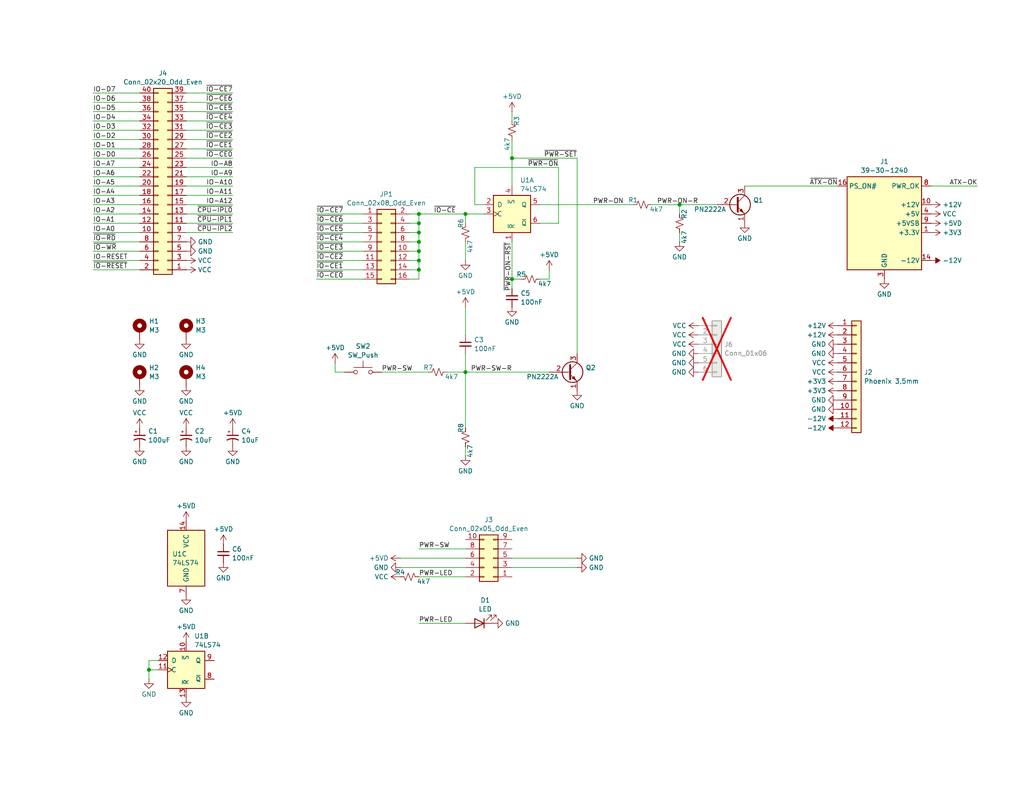
<source format=kicad_sch>
(kicad_sch (version 20231120) (generator "eeschema") (generator_version "8.0")
  (paper "USLetter")
  (lib_symbols
    (symbol "74xx:74LS74" (pin_names (offset 1.016))
      (property "Reference" "U" (at -7.62 8.89 0))
      (property "Value" "74LS74" (at -7.62 -8.89 0))
      (symbol "74LS74_1_0"
        (pin input line (at 0 -7.62 90) (length 2.54) (name "~{R}") (number "1"))
        (pin input line (at -7.62 2.54 0) (length 2.54) (name "D") (number "2"))
        (pin input clock (at -7.62 0 0) (length 2.54) (name "C") (number "3"))
        (pin input line (at 0 7.62 270) (length 2.54) (name "~{S}") (number "4"))
        (pin output line (at 7.62 2.54 180) (length 2.54) (name "Q") (number "5"))
        (pin output line (at 7.62 -2.54 180) (length 2.54) (name "~{Q}") (number "6"))
      )
      (symbol "74LS74_2_0"
        (pin input line (at 0 7.62 270) (length 2.54) (name "~{S}") (number "10"))
        (pin input clock (at -7.62 0 0) (length 2.54) (name "C") (number "11"))
        (pin input line (at -7.62 2.54 0) (length 2.54) (name "D") (number "12"))
        (pin input line (at 0 -7.62 90) (length 2.54) (name "~{R}") (number "13"))
        (pin output line (at 7.62 -2.54 180) (length 2.54) (name "~{Q}") (number "8"))
        (pin output line (at 7.62 2.54 180) (length 2.54) (name "Q") (number "9"))
      )
      (symbol "74LS74_3_0"
        (pin power_in line (at 0 10.16 270) (length 2.54) (name "VCC") (number "14"))
        (pin power_in line (at 0 -10.16 90) (length 2.54) (name "GND") (number "7"))
      )
    )
    (symbol "Connector:ATX-24"
      (property "Reference" "J" (at -8.89 13.97 0))
      (property "Value" "ATX-24" (at 6.35 13.97 0))
      (symbol "ATX-24_1_1"
        (pin power_out line (at 12.7 -2.54 180) (length 2.54) (name "+3.3V") (number "1"))
        (pin power_out line (at 12.7 5.08 180) (length 2.54) (name "+12V") (number "10"))
        (pin passive line (at 12.7 5.08 180) (length 2.54) hide (name "+12V") (number "11"))
        (pin passive line (at 12.7 -2.54 180) (length 2.54) hide (name "+3.3V") (number "12"))
        (pin passive line (at 12.7 -2.54 180) (length 2.54) hide (name "+3.3V") (number "13"))
        (pin power_out line (at 12.7 -10.16 180) (length 2.54) (name "-12V") (number "14"))
        (pin passive line (at 0 -15.24 90) (length 2.54) hide (name "GND") (number "15"))
        (pin open_collector line (at -12.7 10.16 0) (length 2.54) (name "PS_ON#") (number "16"))
        (pin passive line (at 0 -15.24 90) (length 2.54) hide (name "GND") (number "17"))
        (pin passive line (at 0 -15.24 90) (length 2.54) hide (name "GND") (number "18"))
        (pin passive line (at 0 -15.24 90) (length 2.54) hide (name "GND") (number "19"))
        (pin passive line (at 12.7 -2.54 180) (length 2.54) hide (name "+3.3V") (number "2"))
        (pin no_connect line (at -10.16 0 0) (length 2.54) hide (name "NC") (number "20"))
        (pin passive line (at 12.7 2.54 180) (length 2.54) hide (name "+5V") (number "21"))
        (pin passive line (at 12.7 2.54 180) (length 2.54) hide (name "+5V") (number "22"))
        (pin passive line (at 12.7 2.54 180) (length 2.54) hide (name "+5V") (number "23"))
        (pin passive line (at 0 -15.24 90) (length 2.54) hide (name "GND") (number "24"))
        (pin power_out line (at 0 -15.24 90) (length 2.54) (name "GND") (number "3"))
        (pin power_out line (at 12.7 2.54 180) (length 2.54) (name "+5V") (number "4"))
        (pin passive line (at 0 -15.24 90) (length 2.54) hide (name "GND") (number "5"))
        (pin passive line (at 12.7 2.54 180) (length 2.54) hide (name "+5V") (number "6"))
        (pin passive line (at 0 -15.24 90) (length 2.54) hide (name "GND") (number "7"))
        (pin output line (at 12.7 10.16 180) (length 2.54) (name "PWR_OK") (number "8"))
        (pin power_out line (at 12.7 0 180) (length 2.54) (name "+5VSB") (number "9"))
      )
    )
    (symbol "Connector_Generic:Conn_01x06" (pin_names (offset 1.016) hide)
      (property "Reference" "J" (at 0 7.62 0))
      (property "Value" "Conn_01x06" (at 0 -10.16 0))
      (symbol "Conn_01x06_1_1"
        (pin passive line (at -5.08 5.08 0) (length 3.81) (name "Pin_1") (number "1"))
        (pin passive line (at -5.08 2.54 0) (length 3.81) (name "Pin_2") (number "2"))
        (pin passive line (at -5.08 0 0) (length 3.81) (name "Pin_3") (number "3"))
        (pin passive line (at -5.08 -2.54 0) (length 3.81) (name "Pin_4") (number "4"))
        (pin passive line (at -5.08 -5.08 0) (length 3.81) (name "Pin_5") (number "5"))
        (pin passive line (at -5.08 -7.62 0) (length 3.81) (name "Pin_6") (number "6"))
      )
    )
    (symbol "Connector_Generic:Conn_01x12" (pin_names (offset 1.016) hide)
      (property "Reference" "J" (at 0 15.24 0))
      (property "Value" "Conn_01x12" (at 0 -17.78 0))
      (symbol "Conn_01x12_1_1"
        (pin passive line (at -5.08 12.7 0) (length 3.81) (name "Pin_1") (number "1"))
        (pin passive line (at -5.08 -10.16 0) (length 3.81) (name "Pin_10") (number "10"))
        (pin passive line (at -5.08 -12.7 0) (length 3.81) (name "Pin_11") (number "11"))
        (pin passive line (at -5.08 -15.24 0) (length 3.81) (name "Pin_12") (number "12"))
        (pin passive line (at -5.08 10.16 0) (length 3.81) (name "Pin_2") (number "2"))
        (pin passive line (at -5.08 7.62 0) (length 3.81) (name "Pin_3") (number "3"))
        (pin passive line (at -5.08 5.08 0) (length 3.81) (name "Pin_4") (number "4"))
        (pin passive line (at -5.08 2.54 0) (length 3.81) (name "Pin_5") (number "5"))
        (pin passive line (at -5.08 0 0) (length 3.81) (name "Pin_6") (number "6"))
        (pin passive line (at -5.08 -2.54 0) (length 3.81) (name "Pin_7") (number "7"))
        (pin passive line (at -5.08 -5.08 0) (length 3.81) (name "Pin_8") (number "8"))
        (pin passive line (at -5.08 -7.62 0) (length 3.81) (name "Pin_9") (number "9"))
      )
    )
    (symbol "Connector_Generic:Conn_02x05_Odd_Even" (pin_names (offset 1.016) hide)
      (property "Reference" "J" (at 1.27 7.62 0))
      (property "Value" "Conn_02x05_Odd_Even" (at 1.27 -7.62 0))
      (symbol "Conn_02x05_Odd_Even_1_1"
        (pin passive line (at -5.08 5.08 0) (length 3.81) (name "Pin_1") (number "1"))
        (pin passive line (at 7.62 -5.08 180) (length 3.81) (name "Pin_10") (number "10"))
        (pin passive line (at 7.62 5.08 180) (length 3.81) (name "Pin_2") (number "2"))
        (pin passive line (at -5.08 2.54 0) (length 3.81) (name "Pin_3") (number "3"))
        (pin passive line (at 7.62 2.54 180) (length 3.81) (name "Pin_4") (number "4"))
        (pin passive line (at -5.08 0 0) (length 3.81) (name "Pin_5") (number "5"))
        (pin passive line (at 7.62 0 180) (length 3.81) (name "Pin_6") (number "6"))
        (pin passive line (at -5.08 -2.54 0) (length 3.81) (name "Pin_7") (number "7"))
        (pin passive line (at 7.62 -2.54 180) (length 3.81) (name "Pin_8") (number "8"))
        (pin passive line (at -5.08 -5.08 0) (length 3.81) (name "Pin_9") (number "9"))
      )
    )
    (symbol "Connector_Generic:Conn_02x08_Odd_Even" (pin_names (offset 1.016) hide)
      (property "Reference" "J" (at 1.27 10.16 0))
      (property "Value" "Conn_02x08_Odd_Even" (at 1.27 -12.7 0))
      (symbol "Conn_02x08_Odd_Even_1_1"
        (pin passive line (at -5.08 7.62 0) (length 3.81) (name "Pin_1") (number "1"))
        (pin passive line (at 7.62 -2.54 180) (length 3.81) (name "Pin_10") (number "10"))
        (pin passive line (at -5.08 -5.08 0) (length 3.81) (name "Pin_11") (number "11"))
        (pin passive line (at 7.62 -5.08 180) (length 3.81) (name "Pin_12") (number "12"))
        (pin passive line (at -5.08 -7.62 0) (length 3.81) (name "Pin_13") (number "13"))
        (pin passive line (at 7.62 -7.62 180) (length 3.81) (name "Pin_14") (number "14"))
        (pin passive line (at -5.08 -10.16 0) (length 3.81) (name "Pin_15") (number "15"))
        (pin passive line (at 7.62 -10.16 180) (length 3.81) (name "Pin_16") (number "16"))
        (pin passive line (at 7.62 7.62 180) (length 3.81) (name "Pin_2") (number "2"))
        (pin passive line (at -5.08 5.08 0) (length 3.81) (name "Pin_3") (number "3"))
        (pin passive line (at 7.62 5.08 180) (length 3.81) (name "Pin_4") (number "4"))
        (pin passive line (at -5.08 2.54 0) (length 3.81) (name "Pin_5") (number "5"))
        (pin passive line (at 7.62 2.54 180) (length 3.81) (name "Pin_6") (number "6"))
        (pin passive line (at -5.08 0 0) (length 3.81) (name "Pin_7") (number "7"))
        (pin passive line (at 7.62 0 180) (length 3.81) (name "Pin_8") (number "8"))
        (pin passive line (at -5.08 -2.54 0) (length 3.81) (name "Pin_9") (number "9"))
      )
    )
    (symbol "Connector_Generic:Conn_02x20_Odd_Even" (pin_names (offset 1.016) hide)
      (property "Reference" "J" (at 1.27 25.4 0))
      (property "Value" "Conn_02x20_Odd_Even" (at 1.27 -27.94 0))
      (symbol "Conn_02x20_Odd_Even_1_1"
        (pin passive line (at -5.08 22.86 0) (length 3.81) (name "Pin_1") (number "1"))
        (pin passive line (at 7.62 12.7 180) (length 3.81) (name "Pin_10") (number "10"))
        (pin passive line (at -5.08 10.16 0) (length 3.81) (name "Pin_11") (number "11"))
        (pin passive line (at 7.62 10.16 180) (length 3.81) (name "Pin_12") (number "12"))
        (pin passive line (at -5.08 7.62 0) (length 3.81) (name "Pin_13") (number "13"))
        (pin passive line (at 7.62 7.62 180) (length 3.81) (name "Pin_14") (number "14"))
        (pin passive line (at -5.08 5.08 0) (length 3.81) (name "Pin_15") (number "15"))
        (pin passive line (at 7.62 5.08 180) (length 3.81) (name "Pin_16") (number "16"))
        (pin passive line (at -5.08 2.54 0) (length 3.81) (name "Pin_17") (number "17"))
        (pin passive line (at 7.62 2.54 180) (length 3.81) (name "Pin_18") (number "18"))
        (pin passive line (at -5.08 0 0) (length 3.81) (name "Pin_19") (number "19"))
        (pin passive line (at 7.62 22.86 180) (length 3.81) (name "Pin_2") (number "2"))
        (pin passive line (at 7.62 0 180) (length 3.81) (name "Pin_20") (number "20"))
        (pin passive line (at -5.08 -2.54 0) (length 3.81) (name "Pin_21") (number "21"))
        (pin passive line (at 7.62 -2.54 180) (length 3.81) (name "Pin_22") (number "22"))
        (pin passive line (at -5.08 -5.08 0) (length 3.81) (name "Pin_23") (number "23"))
        (pin passive line (at 7.62 -5.08 180) (length 3.81) (name "Pin_24") (number "24"))
        (pin passive line (at -5.08 -7.62 0) (length 3.81) (name "Pin_25") (number "25"))
        (pin passive line (at 7.62 -7.62 180) (length 3.81) (name "Pin_26") (number "26"))
        (pin passive line (at -5.08 -10.16 0) (length 3.81) (name "Pin_27") (number "27"))
        (pin passive line (at 7.62 -10.16 180) (length 3.81) (name "Pin_28") (number "28"))
        (pin passive line (at -5.08 -12.7 0) (length 3.81) (name "Pin_29") (number "29"))
        (pin passive line (at -5.08 20.32 0) (length 3.81) (name "Pin_3") (number "3"))
        (pin passive line (at 7.62 -12.7 180) (length 3.81) (name "Pin_30") (number "30"))
        (pin passive line (at -5.08 -15.24 0) (length 3.81) (name "Pin_31") (number "31"))
        (pin passive line (at 7.62 -15.24 180) (length 3.81) (name "Pin_32") (number "32"))
        (pin passive line (at -5.08 -17.78 0) (length 3.81) (name "Pin_33") (number "33"))
        (pin passive line (at 7.62 -17.78 180) (length 3.81) (name "Pin_34") (number "34"))
        (pin passive line (at -5.08 -20.32 0) (length 3.81) (name "Pin_35") (number "35"))
        (pin passive line (at 7.62 -20.32 180) (length 3.81) (name "Pin_36") (number "36"))
        (pin passive line (at -5.08 -22.86 0) (length 3.81) (name "Pin_37") (number "37"))
        (pin passive line (at 7.62 -22.86 180) (length 3.81) (name "Pin_38") (number "38"))
        (pin passive line (at -5.08 -25.4 0) (length 3.81) (name "Pin_39") (number "39"))
        (pin passive line (at 7.62 20.32 180) (length 3.81) (name "Pin_4") (number "4"))
        (pin passive line (at 7.62 -25.4 180) (length 3.81) (name "Pin_40") (number "40"))
        (pin passive line (at -5.08 17.78 0) (length 3.81) (name "Pin_5") (number "5"))
        (pin passive line (at 7.62 17.78 180) (length 3.81) (name "Pin_6") (number "6"))
        (pin passive line (at -5.08 15.24 0) (length 3.81) (name "Pin_7") (number "7"))
        (pin passive line (at 7.62 15.24 180) (length 3.81) (name "Pin_8") (number "8"))
        (pin passive line (at -5.08 12.7 0) (length 3.81) (name "Pin_9") (number "9"))
      )
    )
    (symbol "Device:C_Polarized_Small_US" (pin_numbers hide) (pin_names (offset 0.254) hide)
      (property "Reference" "C" (at 0.254 1.778 0))
      (property "Value" "C_Polarized_Small_US" (at 0.254 -2.032 0))
      (symbol "C_Polarized_Small_US_1_1"
        (pin passive line (at 0 2.54 270) (length 2.032) (name "~") (number "1"))
        (pin passive line (at 0 -2.54 90) (length 2.032) (name "~") (number "2"))
      )
    )
    (symbol "Device:C_Small" (pin_numbers hide) (pin_names (offset 0.254) hide)
      (property "Reference" "C" (at 0.254 1.778 0))
      (property "Value" "C_Small" (at 0.254 -2.032 0))
      (symbol "C_Small_1_1"
        (pin passive line (at 0 2.54 270) (length 2.032) (name "~") (number "1"))
        (pin passive line (at 0 -2.54 90) (length 2.032) (name "~") (number "2"))
      )
    )
    (symbol "Device:LED" (pin_numbers hide) (pin_names (offset 1.016) hide)
      (property "Reference" "D" (at 0 2.54 0))
      (property "Value" "LED" (at 0 -2.54 0))
      (symbol "LED_1_1"
        (pin passive line (at -3.81 0 0) (length 2.54) (name "K") (number "1"))
        (pin passive line (at 3.81 0 180) (length 2.54) (name "A") (number "2"))
      )
    )
    (symbol "Device:R_Small_US" (pin_numbers hide) (pin_names (offset 0.254) hide)
      (property "Reference" "R" (at 0.762 0.508 0))
      (property "Value" "R_Small_US" (at 0.762 -1.016 0))
      (symbol "R_Small_US_1_1"
        (pin passive line (at 0 2.54 270) (length 1.016) (name "~") (number "1"))
        (pin passive line (at 0 -2.54 90) (length 1.016) (name "~") (number "2"))
      )
    )
    (symbol "Mechanical:MountingHole_Pad" (pin_numbers hide) (pin_names (offset 1.016) hide) (exclude_from_sim yes) (in_bom no)
      (property "Reference" "H" (at 0 6.35 0))
      (property "Value" "MountingHole_Pad" (at 0 4.445 0))
      (symbol "MountingHole_Pad_1_1"
        (pin input line (at 0 -2.54 90) (length 2.54) (name "1") (number "1"))
      )
    )
    (symbol "Switch:SW_Push" (pin_numbers hide) (pin_names (offset 1.016) hide)
      (property "Reference" "SW" (at 1.27 2.54 0))
      (property "Value" "SW_Push" (at 0 -1.524 0))
      (symbol "SW_Push_0_1"
        (pin passive line (at -5.08 0 0) (length 2.54) (name "1") (number "1"))
        (pin passive line (at 5.08 0 180) (length 2.54) (name "2") (number "2"))
      )
    )
    (symbol "Transistor_BJT:PN2222A" (pin_names (offset 0) hide)
      (property "Reference" "Q" (at 5.08 1.905 0))
      (property "Value" "PN2222A" (at 5.08 0 0))
      (symbol "PN2222A_1_1"
        (pin passive line (at 2.54 -5.08 90) (length 2.54) (name "E") (number "1"))
        (pin input line (at -5.08 0 0) (length 5.08) (name "B") (number "2"))
        (pin passive line (at 2.54 5.08 270) (length 2.54) (name "C") (number "3"))
      )
    )
    (symbol "power:+12V" (power) (pin_numbers hide) (pin_names (offset 0) hide)
      (property "Value" "+12V" (at 0 3.556 0))
      (symbol "+12V_1_1"
        (pin power_in line (at 0 0 90) (length 0) (name "~") (number "1"))
      )
    )
    (symbol "power:+3V3" (power) (pin_numbers hide) (pin_names (offset 0) hide)
      (property "Value" "+3V3" (at 0 3.556 0))
      (symbol "+3V3_1_1"
        (pin power_in line (at 0 0 90) (length 0) (name "~") (number "1"))
      )
    )
    (symbol "power:+5VD" (power) (pin_numbers hide) (pin_names (offset 0) hide)
      (property "Value" "+5VD" (at 0 3.556 0))
      (symbol "+5VD_1_1"
        (pin power_in line (at 0 0 90) (length 0) (name "~") (number "1"))
      )
    )
    (symbol "power:-12V" (power) (pin_numbers hide) (pin_names (offset 0) hide)
      (property "Value" "-12V" (at 0 3.556 0))
      (symbol "-12V_0_0"
        (pin power_in line (at 0 0 90) (length 0) (name "~") (number "1"))
      )
    )
    (symbol "power:GND" (power) (pin_numbers hide) (pin_names (offset 0) hide)
      (property "Value" "GND" (at 0 -3.81 0))
      (symbol "GND_1_1"
        (pin power_in line (at 0 0 270) (length 0) (name "~") (number "1"))
      )
    )
    (symbol "power:VCC" (power) (pin_numbers hide) (pin_names (offset 0) hide)
      (property "Value" "VCC" (at 0 3.556 0))
      (symbol "VCC_1_1"
        (pin power_in line (at 0 0 90) (length 0) (name "~") (number "1"))
      )
    )
  )
  (junction (at 185.42 55.88))
  (junction (at 114.3 66.04))
  (junction (at 114.3 63.5))
  (junction (at 114.3 68.58))
  (junction (at 139.7 43.18))
  (junction (at 127 101.6))
  (junction (at 139.7 76.2))
  (junction (at 40.64 182.88))
  (junction (at 127 58.42))
  (junction (at 114.3 71.12))
  (junction (at 114.3 73.66))
  (junction (at 114.3 60.96))
  (junction (at 114.3 58.42))
  (wire (pts (xy 40.64 185.42) (xy 40.64 182.88)))
  (wire (pts (xy -25.4 48.26) (xy -12.7 48.26)))
  (wire (pts (xy 111.76 73.66) (xy 114.3 73.66)))
  (wire (pts (xy 104.14 101.6) (xy 116.84 101.6)))
  (wire (pts (xy 111.76 68.58) (xy 114.3 68.58)))
  (wire (pts (xy 99.06 71.12) (xy 86.36 71.12)))
  (wire (pts (xy 40.64 180.34) (xy 43.18 180.34)))
  (wire (pts (xy 38.1 55.88) (xy 25.4 55.88)))
  (wire (pts (xy 185.42 63.5) (xy 185.42 66.04)))
  (wire (pts (xy -12.7 60.96) (xy -25.4 60.96)))
  (wire (pts (xy 157.48 43.18) (xy 139.7 43.18)))
  (wire (pts (xy 127 121.92) (xy 127 124.46)))
  (wire (pts (xy 63.5 58.42) (xy 50.8 58.42)))
  (wire (pts (xy -25.4 50.8) (xy -12.7 50.8)))
  (wire (pts (xy 152.4 60.96) (xy 152.4 45.72)))
  (wire (pts (xy 127 60.96) (xy 127 58.42)))
  (wire (pts (xy -38.1 45.72) (xy -50.8 45.72)))
  (wire (pts (xy 38.1 73.66) (xy 25.4 73.66)))
  (wire (pts (xy 111.76 71.12) (xy 114.3 71.12)))
  (wire (pts (xy 63.5 60.96) (xy 50.8 60.96)))
  (wire (pts (xy 50.8 40.64) (xy 63.5 40.64)))
  (wire (pts (xy 111.76 63.5) (xy 114.3 63.5)))
  (wire (pts (xy 152.4 45.72) (xy 129.54 45.72)))
  (wire (pts (xy 203.2 50.8) (xy 228.6 50.8)))
  (wire (pts (xy -25.4 30.48) (xy -12.7 30.48)))
  (wire (pts (xy -25.4 55.88) (xy -12.7 55.88)))
  (wire (pts (xy 99.06 60.96) (xy 86.36 60.96)))
  (wire (pts (xy 40.64 182.88) (xy 40.64 180.34)))
  (wire (pts (xy 127 83.82) (xy 127 91.44)))
  (wire (pts (xy 127 157.48) (xy 114.3 157.48)))
  (wire (pts (xy -12.7 63.5) (xy -25.4 63.5)))
  (wire (pts (xy 177.8 55.88) (xy 185.42 55.88)))
  (wire (pts (xy 185.42 55.88) (xy 185.42 58.42)))
  (wire (pts (xy 147.32 55.88) (xy 172.72 55.88)))
  (wire (pts (xy 38.1 30.48) (xy 25.4 30.48)))
  (wire (pts (xy -38.1 73.66) (xy -50.8 73.66)))
  (wire (pts (xy 50.8 43.18) (xy 63.5 43.18)))
  (wire (pts (xy 99.06 73.66) (xy 86.36 73.66)))
  (wire (pts (xy -38.1 43.18) (xy -50.8 43.18)))
  (wire (pts (xy -25.4 27.94) (xy -12.7 27.94)))
  (wire (pts (xy -25.4 43.18) (xy -12.7 43.18)))
  (wire (pts (xy 254 50.8) (xy 266.7 50.8)))
  (wire (pts (xy 38.1 71.12) (xy 25.4 71.12)))
  (wire (pts (xy -38.1 25.4) (xy -50.8 25.4)))
  (wire (pts (xy -25.4 53.34) (xy -12.7 53.34)))
  (wire (pts (xy 114.3 73.66) (xy 114.3 76.2)))
  (wire (pts (xy 114.3 71.12) (xy 114.3 73.66)))
  (wire (pts (xy -38.1 40.64) (xy -50.8 40.64)))
  (wire (pts (xy 50.8 50.8) (xy 63.5 50.8)))
  (wire (pts (xy -38.1 68.58) (xy -50.8 68.58)))
  (wire (pts (xy -38.1 55.88) (xy -50.8 55.88)))
  (wire (pts (xy -25.4 38.1) (xy -12.7 38.1)))
  (wire (pts (xy 139.7 43.18) (xy 139.7 50.8)))
  (wire (pts (xy 114.3 68.58) (xy 114.3 71.12)))
  (wire (pts (xy 111.76 66.04) (xy 114.3 66.04)))
  (wire (pts (xy 38.1 63.5) (xy 25.4 63.5)))
  (wire (pts (xy 50.8 27.94) (xy 63.5 27.94)))
  (wire (pts (xy 91.44 101.6) (xy 93.98 101.6)))
  (wire (pts (xy -25.4 40.64) (xy -12.7 40.64)))
  (wire (pts (xy 127 101.6) (xy 127 116.84)))
  (wire (pts (xy -38.1 48.26) (xy -50.8 48.26)))
  (wire (pts (xy -38.1 58.42) (xy -50.8 58.42)))
  (wire (pts (xy 114.3 60.96) (xy 114.3 63.5)))
  (wire (pts (xy 38.1 50.8) (xy 25.4 50.8)))
  (wire (pts (xy 38.1 27.94) (xy 25.4 27.94)))
  (wire (pts (xy 50.8 38.1) (xy 63.5 38.1)))
  (wire (pts (xy 99.06 68.58) (xy 86.36 68.58)))
  (wire (pts (xy 38.1 53.34) (xy 25.4 53.34)))
  (wire (pts (xy 38.1 66.04) (xy 25.4 66.04)))
  (wire (pts (xy 99.06 63.5) (xy 86.36 63.5)))
  (wire (pts (xy 38.1 33.02) (xy 25.4 33.02)))
  (wire (pts (xy 111.76 58.42) (xy 114.3 58.42)))
  (wire (pts (xy 38.1 38.1) (xy 25.4 38.1)))
  (wire (pts (xy -38.1 27.94) (xy -50.8 27.94)))
  (wire (pts (xy 50.8 53.34) (xy 63.5 53.34)))
  (wire (pts (xy 121.92 101.6) (xy 127 101.6)))
  (wire (pts (xy 114.3 63.5) (xy 114.3 66.04)))
  (wire (pts (xy 127 96.52) (xy 127 101.6)))
  (wire (pts (xy -38.1 38.1) (xy -50.8 38.1)))
  (wire (pts (xy -38.1 60.96) (xy -50.8 60.96)))
  (wire (pts (xy -38.1 50.8) (xy -50.8 50.8)))
  (wire (pts (xy 38.1 45.72) (xy 25.4 45.72)))
  (wire (pts (xy 114.3 58.42) (xy 127 58.42)))
  (wire (pts (xy 109.22 154.94) (xy 127 154.94)))
  (wire (pts (xy -25.4 45.72) (xy -12.7 45.72)))
  (wire (pts (xy 109.22 152.4) (xy 127 152.4)))
  (wire (pts (xy -38.1 63.5) (xy -50.8 63.5)))
  (wire (pts (xy 185.42 55.88) (xy 195.58 55.88)))
  (wire (pts (xy 114.3 58.42) (xy 114.3 60.96)))
  (wire (pts (xy 38.1 60.96) (xy 25.4 60.96)))
  (wire (pts (xy 147.32 60.96) (xy 152.4 60.96)))
  (wire (pts (xy 157.48 154.94) (xy 139.7 154.94)))
  (wire (pts (xy -38.1 53.34) (xy -50.8 53.34)))
  (wire (pts (xy 129.54 55.88) (xy 132.08 55.88)))
  (wire (pts (xy -38.1 66.04) (xy -50.8 66.04)))
  (wire (pts (xy 111.76 60.96) (xy 114.3 60.96)))
  (wire (pts (xy 50.8 35.56) (xy 63.5 35.56)))
  (wire (pts (xy 91.44 99.06) (xy 91.44 101.6)))
  (wire (pts (xy 149.86 73.66) (xy 149.86 76.2)))
  (wire (pts (xy 157.48 152.4) (xy 139.7 152.4)))
  (wire (pts (xy 40.64 182.88) (xy 43.18 182.88)))
  (wire (pts (xy 99.06 76.2) (xy 86.36 76.2)))
  (wire (pts (xy -38.1 30.48) (xy -50.8 30.48)))
  (wire (pts (xy 114.3 66.04) (xy 114.3 68.58)))
  (wire (pts (xy 139.7 76.2) (xy 139.7 78.74)))
  (wire (pts (xy 38.1 43.18) (xy 25.4 43.18)))
  (wire (pts (xy 50.8 45.72) (xy 63.5 45.72)))
  (wire (pts (xy 127 101.6) (xy 149.86 101.6)))
  (wire (pts (xy 99.06 58.42) (xy 86.36 58.42)))
  (wire (pts (xy 38.1 58.42) (xy 25.4 58.42)))
  (wire (pts (xy 139.7 76.2) (xy 142.24 76.2)))
  (wire (pts (xy -12.7 58.42) (xy -25.4 58.42)))
  (wire (pts (xy 63.5 63.5) (xy 50.8 63.5)))
  (wire (pts (xy 114.3 149.86) (xy 127 149.86)))
  (wire (pts (xy 50.8 55.88) (xy 63.5 55.88)))
  (wire (pts (xy -38.1 33.02) (xy -50.8 33.02)))
  (wire (pts (xy 129.54 45.72) (xy 129.54 55.88)))
  (wire (pts (xy -25.4 35.56) (xy -12.7 35.56)))
  (wire (pts (xy 50.8 48.26) (xy 63.5 48.26)))
  (wire (pts (xy -38.1 71.12) (xy -50.8 71.12)))
  (wire (pts (xy 127 170.18) (xy 114.3 170.18)))
  (wire (pts (xy 157.48 96.52) (xy 157.48 43.18)))
  (wire (pts (xy 38.1 68.58) (xy 25.4 68.58)))
  (wire (pts (xy 38.1 25.4) (xy 25.4 25.4)))
  (wire (pts (xy 50.8 30.48) (xy 63.5 30.48)))
  (wire (pts (xy 38.1 35.56) (xy 25.4 35.56)))
  (wire (pts (xy -25.4 25.4) (xy -12.7 25.4)))
  (wire (pts (xy 139.7 38.1) (xy 139.7 43.18)))
  (wire (pts (xy -25.4 33.02) (xy -12.7 33.02)))
  (wire (pts (xy 111.76 76.2) (xy 114.3 76.2)))
  (wire (pts (xy 127 58.42) (xy 132.08 58.42)))
  (wire (pts (xy 99.06 66.04) (xy 86.36 66.04)))
  (wire (pts (xy 139.7 66.04) (xy 139.7 76.2)))
  (wire (pts (xy -38.1 35.56) (xy -50.8 35.56)))
  (wire (pts (xy 38.1 48.26) (xy 25.4 48.26)))
  (wire (pts (xy 127 66.04) (xy 127 71.12)))
  (wire (pts (xy 50.8 25.4) (xy 63.5 25.4)))
  (wire (pts (xy 149.86 76.2) (xy 147.32 76.2)))
  (wire (pts (xy 139.7 30.48) (xy 139.7 33.02)))
  (wire (pts (xy 38.1 40.64) (xy 25.4 40.64)))
  (wire (pts (xy 50.8 33.02) (xy 63.5 33.02)))
  (label "IO-A5" (at -50.8 50.8 0))
  (label "PWR-SW" (at 114.3 149.86 0))
  (label "IO-D3" (at 25.4 35.56 0))
  (label "IO-A9" (at 63.5 48.26 180))
  (label "IO-A11" (at -12.7 53.34 180))
  (label "PWR-ON-R" (at 190.5 55.88 180))
  (label "IO-D1" (at 25.4 40.64 0))
  (label "~{CPU-IPL0}" (at 63.5 58.42 180))
  (label "~{IO-CE7}" (at 86.36 58.42 0))
  (label "~{CPU-IPL2}" (at 63.5 63.5 180))
  (label "~{IO-CE3}" (at 63.5 35.56 180))
  (label "IO-A7" (at 25.4 45.72 0))
  (label "~{IO-CE4}" (at -12.7 33.02 180))
  (label "~{IO-CE0}" (at 63.5 43.18 180))
  (label "IO-A8" (at 63.5 45.72 180))
  (label "~{IO-CE2}" (at -12.7 38.1 180))
  (label "IO-A3" (at 25.4 55.88 0))
  (label "~{IO-CE6}" (at -12.7 27.94 180))
  (label "~{IO-CE4}" (at 63.5 33.02 180))
  (label "IO-A10" (at -12.7 50.8 180))
  (label "IO-A5" (at 25.4 50.8 0))
  (label "~{IO-CE2}" (at 63.5 38.1 180))
  (label "IO-D6" (at -50.8 27.94 0))
  (label "~{ATX-ON}" (at 228.6 50.8 180))
  (label "~{IO-CE6}" (at 63.5 27.94 180))
  (label "~{CPU-IPL2}" (at -12.7 63.5 180))
  (label "~{IO-CE5}" (at -12.7 30.48 180))
  (label "~{PWR-ON}" (at 152.4 45.72 180))
  (label "IO-D2" (at 25.4 38.1 0))
  (label "IO-A1" (at -50.8 60.96 0))
  (label "~{IO-WR}" (at 25.4 68.58 0))
  (label "IO-D2" (at -50.8 38.1 0))
  (label "IO-RESET" (at 25.4 71.12 0))
  (label "IO-A10" (at 63.5 50.8 180))
  (label "IO-A3" (at -50.8 55.88 0))
  (label "~{IO-RD}" (at 25.4 66.04 0))
  (label "~{IO-CE1}" (at -12.7 40.64 180))
  (label "~{IO-CE1}" (at 86.36 73.66 0))
  (label "~{PWR-SET}" (at 157.48 43.18 180))
  (label "~{IO-CE7}" (at -12.7 25.4 180))
  (label "IO-A4" (at 25.4 53.34 0))
  (label "IO-A4" (at -50.8 53.34 0))
  (label "IO-D0" (at 25.4 43.18 0))
  (label "PWR-ON" (at 170.18 55.88 180))
  (label "PWR-LED" (at 114.3 157.48 0))
  (label "IO-D3" (at -50.8 35.56 0))
  (label "~{CPU-IPL0}" (at -12.7 58.42 180))
  (label "~{IO-WR}" (at -50.8 68.58 0))
  (label "~{PWR-ON-RST}" (at 139.7 66.04 270))
  (label "IO-A12" (at 63.5 55.88 180))
  (label "IO-RESET" (at -50.8 71.12 0))
  (label "IO-D6" (at 25.4 27.94 0))
  (label "IO-A6" (at 25.4 48.26 0))
  (label "~{IO-CE2}" (at 86.36 71.12 0))
  (label "~{IO-CE7}" (at 63.5 25.4 180))
  (label "~{CPU-IPL1}" (at 63.5 60.96 180))
  (label "IO-A0" (at 25.4 63.5 0))
  (label "IO-A1" (at 25.4 60.96 0))
  (label "PWR-SW-R" (at 139.7 101.6 180))
  (label "~{IO-RESET}" (at 25.4 73.66 0))
  (label "IO-A12" (at -12.7 55.88 180))
  (label "~{IO-CE3}" (at -12.7 35.56 180))
  (label "ATX-OK" (at 266.7 50.8 180))
  (label "IO-A7" (at -50.8 45.72 0))
  (label "IO-A2" (at -50.8 58.42 0))
  (label "~{IO-CE1}" (at 63.5 40.64 180))
  (label "PWR-LED" (at 114.3 170.18 0))
  (label "~{IO-CE5}" (at 86.36 63.5 0))
  (label "IO-A11" (at 63.5 53.34 180))
  (label "IO-A6" (at -50.8 48.26 0))
  (label "~{CPU-IPL1}" (at -12.7 60.96 180))
  (label "IO-D1" (at -50.8 40.64 0))
  (label "IO-A9" (at -12.7 48.26 180))
  (label "~{IO-CE5}" (at 63.5 30.48 180))
  (label "PWR-SW" (at 104.14 101.6 0))
  (label "~{IO-RESET}" (at -50.8 73.66 0))
  (label "IO-D0" (at -50.8 43.18 0))
  (label "IO-D4" (at -50.8 33.02 0))
  (label "IO-D7" (at 25.4 25.4 0))
  (label "IO-D4" (at 25.4 33.02 0))
  (label "~{IO-CE0}" (at 86.36 76.2 0))
  (label "IO-A2" (at 25.4 58.42 0))
  (label "~{IO-CE6}" (at 86.36 60.96 0))
  (label "IO-A8" (at -12.7 45.72 180))
  (label "~{IO-RD}" (at -50.8 66.04 0))
  (label "~{IO-CE0}" (at -12.7 43.18 180))
  (label "IO-D7" (at -50.8 25.4 0))
  (label "~{IO-CE4}" (at 86.36 66.04 0))
  (label "IO-D5" (at 25.4 30.48 0))
  (label "~{IO-CE}" (at 124.46 58.42 180))
  (label "IO-A0" (at -50.8 63.5 0))
  (label "~{IO-CE3}" (at 86.36 68.58 0))
  (label "IO-D5" (at -50.8 30.48 0))
  (symbol (lib_id "power:GND") (at 190.5 96.52 270) (unit 1)
    (property "Reference" "#PWR064" (effects (hide yes)))
    (property "Value" "GND" (at 187.3251 96.52 90) (effects (justify right)))
    (property "Description" "Power symbol creates a global label with name \"GND\" , ground" (effects (hide yes)))
  )
  (symbol (lib_id "Device:C_Polarized_Small_US") (at 50.8 119.38 0) (unit 1)
    (property "Reference" "C2" (at 53.1114 117.736 0) (effects (justify left)))
    (property "Value" "10uF" (at 53.1114 120.1603 0) (effects (justify left)))
    (property "Footprint" "Capacitor_THT:CP_Radial_D5.0mm_P2.50mm" (effects (hide yes)))
    (property "Description" "Polarized capacitor, small US symbol" (effects (hide yes)))
  )
  (symbol (lib_id "power:VCC") (at 109.22 157.48 90) (unit 1)
    (property "Reference" "#PWR035" (effects (hide yes)))
    (property "Value" "VCC" (at 106.045 157.48 90) (effects (justify left)))
    (property "Description" "Power symbol creates a global label with name \"VCC\"" (effects (hide yes)))
  )
  (symbol (lib_id "power:VCC") (at -25.4 71.12 270) (unit 1)
    (property "Reference" "#PWR056" (effects (hide yes)))
    (property "Value" "VCC" (at -22.225 71.12 90) (effects (justify left)))
    (property "Description" "Power symbol creates a global label with name \"VCC\"" (effects (hide yes)))
  )
  (symbol (lib_id "Device:R_Small_US") (at 185.42 60.96 0) (unit 1)
    (property "Reference" "R2" (at 186.69 58.42 90))
    (property "Value" "4k7" (at 186.69 64.77 90))
    (property "Footprint" "Resistor_THT:R_Axial_DIN0204_L3.6mm_D1.6mm_P7.62mm_Horizontal" (effects (hide yes)))
    (property "Description" "Resistor, small US symbol" (effects (hide yes)))
  )
  (symbol (lib_id "Device:R_Small_US") (at 127 119.38 0) (mirror y) (unit 1)
    (property "Reference" "R8" (at 125.73 116.84 90))
    (property "Value" "4k7" (at 128.27 123.19 90))
    (property "Footprint" "Resistor_THT:R_Axial_DIN0204_L3.6mm_D1.6mm_P7.62mm_Horizontal" (effects (hide yes)))
    (property "Description" "Resistor, small US symbol" (effects (hide yes)))
  )
  (symbol (lib_id "Connector_Generic:Conn_01x12") (at 233.68 101.6 0) (unit 1)
    (property "Reference" "J2" (at 235.712 101.6578 0) (effects (justify left)))
    (property "Value" "Phoenix 3,5mm" (at 235.712 104.0821 0) (effects (justify left)))
    (property "Footprint" "Connector_Phoenix_MC:PhoenixContact_MC_1,5_12-G-3.5_1x12_P3.50mm_Horizontal" (effects (hide yes)))
    (property "Description" "Generic connector, single row, 01x12, script generated (kicad-library-utils/schlib/autogen/connector/)" (effects (hide yes)))
  )
  (symbol (lib_id "power:GND") (at -25.4 66.04 90) (unit 1)
    (property "Reference" "#PWR051" (effects (hide yes)))
    (property "Value" "GND" (at -22.225 66.04 90) (effects (justify right)))
    (property "Description" "Power symbol creates a global label with name \"GND\" , ground" (effects (hide yes)))
  )
  (symbol (lib_id "power:+5VD") (at 50.8 142.24 0) (unit 1)
    (property "Reference" "#PWR047" (effects (hide yes)))
    (property "Value" "+5VD" (at 50.8 138.1069 0))
    (property "Description" "Power symbol creates a global label with name \"+5VD\"" (effects (hide yes)))
  )
  (symbol (lib_id "power:GND") (at 109.22 154.94 270) (unit 1)
    (property "Reference" "#PWR036" (effects (hide yes)))
    (property "Value" "GND" (at 106.0451 154.94 90) (effects (justify right)))
    (property "Description" "Power symbol creates a global label with name \"GND\" , ground" (effects (hide yes)))
  )
  (symbol (lib_id "power:GND") (at 60.96 153.67 0) (unit 1)
    (property "Reference" "#PWR062" (effects (hide yes)))
    (property "Value" "GND" (at 60.96 157.8031 0))
    (property "Description" "Power symbol creates a global label with name \"GND\" , ground" (effects (hide yes)))
  )
  (symbol (lib_id "power:VCC") (at 50.8 71.12 270) (unit 1)
    (property "Reference" "#PWR019" (effects (hide yes)))
    (property "Value" "VCC" (at 53.975 71.12 90) (effects (justify left)))
    (property "Description" "Power symbol creates a global label with name \"VCC\"" (effects (hide yes)))
  )
  (symbol (lib_id "power:GND") (at 157.48 152.4 90) (mirror x) (unit 1)
    (property "Reference" "#PWR039" (effects (hide yes)))
    (property "Value" "GND" (at 160.6549 152.4 90) (effects (justify right)))
    (property "Description" "Power symbol creates a global label with name \"GND\" , ground" (effects (hide yes)))
  )
  (symbol (lib_id "power:GND") (at 38.1 105.41 0) (unit 1)
    (property "Reference" "#PWR02" (effects (hide yes)))
    (property "Value" "GND" (at 38.1 109.5431 0))
    (property "Description" "Power symbol creates a global label with name \"GND\" , ground" (effects (hide yes)))
  )
  (symbol (lib_id "power:VCC") (at 50.8 116.84 0) (unit 1)
    (property "Reference" "#PWR021" (effects (hide yes)))
    (property "Value" "VCC" (at 50.8 112.7069 0))
    (property "Description" "Power symbol creates a global label with name \"VCC\"" (effects (hide yes)))
  )
  (symbol (lib_id "Device:R_Small_US") (at 111.76 157.48 270) (mirror x) (unit 1)
    (property "Reference" "R4" (at 109.22 156.21 90))
    (property "Value" "4k7" (at 115.57 158.75 90))
    (property "Footprint" "Resistor_THT:R_Axial_DIN0204_L3.6mm_D1.6mm_P7.62mm_Horizontal" (effects (hide yes)))
    (property "Description" "Resistor, small US symbol" (effects (hide yes)))
  )
  (symbol (lib_id "power:GND") (at 38.1 121.92 0) (unit 1)
    (property "Reference" "#PWR016" (effects (hide yes)))
    (property "Value" "GND" (at 38.1 126.0531 0))
    (property "Description" "Power symbol creates a global label with name \"GND\" , ground" (effects (hide yes)))
  )
  (symbol (lib_id "power:VCC") (at 190.5 88.9 90) (unit 1)
    (property "Reference" "#PWR058" (effects (hide yes)))
    (property "Value" "VCC" (at 187.325 88.9 90) (effects (justify left)))
    (property "Description" "Power symbol creates a global label with name \"VCC\"" (effects (hide yes)))
  )
  (symbol (lib_id "power:+3V3") (at 228.6 104.14 90) (unit 1)
    (property "Reference" "#PWR041" (effects (hide yes)))
    (property "Value" "+3V3" (at 225.425 104.14 90) (effects (justify left)))
    (property "Description" "Power symbol creates a global label with name \"+3V3\"" (effects (hide yes)))
  )
  (symbol (lib_id "Connector:ATX-24") (at 241.3 60.96 0) (unit 1)
    (property "Reference" "J1" (at 241.3 44.1155 0))
    (property "Value" "39-30-1240" (at 241.3 46.5398 0))
    (property "Footprint" "Connector_Molex:Molex_Mini-Fit_Jr_5569-24A2_2x12_P4.20mm_Horizontal" (effects (hide yes)))
    (property "Datasheet" "https://www.molex.com/en-us/products/part-detail/39301240?display=pdf" (effects (hide yes)))
    (property "Description" "ATX Power supply 24pins" (effects (hide yes)))
    (property "Mouser" "538-39-30-1240" (effects (hide yes)))
    (property "Digikey" "WM1362-ND" (effects (hide yes)))
  )
  (symbol (lib_id "power:GND") (at 190.5 101.6 270) (unit 1)
    (property "Reference" "#PWR063" (effects (hide yes)))
    (property "Value" "GND" (at 187.3251 101.6 90) (effects (justify right)))
    (property "Description" "Power symbol creates a global label with name \"GND\" , ground" (effects (hide yes)))
  )
  (symbol (lib_id "power:VCC") (at 228.6 101.6 90) (unit 1)
    (property "Reference" "#PWR040" (effects (hide yes)))
    (property "Value" "VCC" (at 225.425 101.6 90) (effects (justify left)))
    (property "Description" "Power symbol creates a global label with name \"VCC\"" (effects (hide yes)))
  )
  (symbol (lib_id "power:GND") (at 139.7 83.82 0) (mirror y) (unit 1)
    (property "Reference" "#PWR045" (effects (hide yes)))
    (property "Value" "GND" (at 139.7 87.9531 0))
    (property "Description" "Power symbol creates a global label with name \"GND\" , ground" (effects (hide yes)))
  )
  (symbol (lib_id "74xx:74LS74") (at 50.8 182.88 0) (unit 2)
    (property "Reference" "U1" (at 52.9941 173.6555 0) (effects (justify left)))
    (property "Value" "74LS74" (at 52.9941 176.0798 0) (effects (justify left)))
    (property "Footprint" "Package_DIP:DIP-14_W7.62mm" (effects (hide yes)))
    (property "Datasheet" "74xx/74hc_hct74.pdf" (effects (hide yes)))
    (property "Description" "Dual D Flip-flop, Set & Reset" (effects (hide yes)))
  )
  (symbol (lib_id "power:+5VD") (at 254 60.96 270) (unit 1)
    (property "Reference" "#PWR010" (effects (hide yes)))
    (property "Value" "+5VD" (at 257.175 60.96 90) (effects (justify left)))
    (property "Description" "Power symbol creates a global label with name \"+5VD\"" (effects (hide yes)))
  )
  (symbol (lib_id "power:GND") (at 134.62 170.18 90) (unit 1)
    (property "Reference" "#PWR034" (effects (hide yes)))
    (property "Value" "GND" (at 137.795 170.18 90) (effects (justify right)))
    (property "Description" "Power symbol creates a global label with name \"GND\" , ground" (effects (hide yes)))
  )
  (symbol (lib_id "power:VCC") (at -25.4 73.66 270) (unit 1)
    (property "Reference" "#PWR057" (effects (hide yes)))
    (property "Value" "VCC" (at -22.225 73.66 90) (effects (justify left)))
    (property "Description" "Power symbol creates a global label with name \"VCC\"" (effects (hide yes)))
  )
  (symbol (lib_id "power:+5VD") (at 109.22 152.4 90) (unit 1)
    (property "Reference" "#PWR028" (effects (hide yes)))
    (property "Value" "+5VD" (at 106.0451 152.4 90) (effects (justify left)))
    (property "Description" "Power symbol creates a global label with name \"+5VD\"" (effects (hide yes)))
  )
  (symbol (lib_id "Switch:SW_Push") (at 99.06 101.6 0) (unit 1)
    (property "Reference" "SW2" (at 99.06 94.5345 0))
    (property "Value" "SW_Push" (at 99.06 96.9588 0))
    (property "Footprint" "Button_Switch_THT:SW_PUSH_6mm_H4.3mm" (effects (hide yes)))
    (property "Description" "Push button switch, generic, two pins" (effects (hide yes)))
  )
  (symbol (lib_id "power:VCC") (at 50.8 73.66 270) (unit 1)
    (property "Reference" "#PWR020" (effects (hide yes)))
    (property "Value" "VCC" (at 53.975 73.66 90) (effects (justify left)))
    (property "Description" "Power symbol creates a global label with name \"VCC\"" (effects (hide yes)))
  )
  (symbol (lib_id "Device:R_Small_US") (at 175.26 55.88 90) (unit 1)
    (property "Reference" "R1" (at 172.72 54.61 90))
    (property "Value" "4k7" (at 179.07 57.15 90))
    (property "Footprint" "Resistor_THT:R_Axial_DIN0204_L3.6mm_D1.6mm_P7.62mm_Horizontal" (effects (hide yes)))
    (property "Description" "Resistor, small US symbol" (effects (hide yes)))
  )
  (symbol (lib_id "Connector_Generic:Conn_02x20_Odd_Even") (at -30.48 50.8 180) (unit 1) (dnp yes)
    (property "Reference" "J5" (at -31.75 19.9855 0))
    (property "Value" "Conn_02x20_Odd_Even" (at -31.75 22.4098 0))
    (property "Footprint" "Connector_PinHeader_2.54mm:PinHeader_2x20_P2.54mm_Vertical" (effects (hide yes)))
    (property "Description" "Generic connector, double row, 02x20, odd/even pin numbering scheme (row 1 odd numbers, row 2 even numbers), script generated (kicad-library-utils/schlib/autogen/connector/)" (effects (hide yes)))
  )
  (symbol (lib_id "Transistor_BJT:PN2222A") (at 154.94 101.6 0) (unit 1)
    (property "Reference" "Q2" (at 159.7914 100.3878 0) (effects (justify left)))
    (property "Value" "PN2222A" (at 152.4 102.87 0) (effects (justify right)))
    (property "Footprint" "Package_TO_SOT_THT:TO-92_Inline" (effects (hide yes)))
    (property "Datasheet" "https://www.onsemi.com/pub/Collateral/PN2222-D.PDF" (effects (hide yes)))
    (property "Description" "1A Ic, 40V Vce, NPN Transistor, General Purpose Transistor, TO-92" (effects (hide yes)))
  )
  (symbol (lib_id "power:-12V") (at 228.6 116.84 90) (unit 1)
    (property "Reference" "#PWR050" (effects (hide yes)))
    (property "Value" "-12V" (at 225.425 116.84 90) (effects (justify left)))
    (property "Description" "Power symbol creates a global label with name \"-12V\"" (effects (hide yes)))
  )
  (symbol (lib_id "Device:C_Small") (at 60.96 151.13 0) (unit 1)
    (property "Reference" "C6" (at 63.2841 149.9241 0) (effects (justify left)))
    (property "Value" "100nF" (at 63.2841 152.3484 0) (effects (justify left)))
    (property "Footprint" "Capacitor_THT:C_Disc_D4.3mm_W1.9mm_P5.00mm" (effects (hide yes)))
    (property "Description" "Unpolarized capacitor, small symbol" (effects (hide yes)))
  )
  (symbol (lib_id "Connector_Generic:Conn_02x20_Odd_Even") (at 45.72 50.8 180) (unit 1)
    (property "Reference" "J4" (at 44.45 19.9855 0))
    (property "Value" "Conn_02x20_Odd_Even" (at 44.45 22.4098 0))
    (property "Footprint" "Connector_PinHeader_2.54mm:PinHeader_2x20_P2.54mm_Horizontal" (effects (hide yes)))
    (property "Description" "Generic connector, double row, 02x20, odd/even pin numbering scheme (row 1 odd numbers, row 2 even numbers), script generated (kicad-library-utils/schlib/autogen/connector/)" (effects (hide yes)))
  )
  (symbol (lib_id "power:GND") (at 50.8 105.41 0) (unit 1)
    (property "Reference" "#PWR04" (effects (hide yes)))
    (property "Value" "GND" (at 50.8 109.5431 0))
    (property "Description" "Power symbol creates a global label with name \"GND\" , ground" (effects (hide yes)))
  )
  (symbol (lib_id "power:VCC") (at 190.5 93.98 90) (unit 1)
    (property "Reference" "#PWR065" (effects (hide yes)))
    (property "Value" "VCC" (at 187.325 93.98 90) (effects (justify left)))
    (property "Description" "Power symbol creates a global label with name \"VCC\"" (effects (hide yes)))
  )
  (symbol (lib_id "power:+5VD") (at 60.96 148.59 0) (unit 1)
    (property "Reference" "#PWR061" (effects (hide yes)))
    (property "Value" "+5VD" (at 60.96 144.4569 0))
    (property "Description" "Power symbol creates a global label with name \"+5VD\"" (effects (hide yes)))
  )
  (symbol (lib_id "power:+5VD") (at 50.8 175.26 0) (unit 1)
    (property "Reference" "#PWR054" (effects (hide yes)))
    (property "Value" "+5VD" (at 50.8 171.1269 0))
    (property "Description" "Power symbol creates a global label with name \"+5VD\"" (effects (hide yes)))
  )
  (symbol (lib_id "Mechanical:MountingHole_Pad") (at 50.8 90.17 0) (unit 1) (exclude_from_sim yes) (in_bom no)
    (property "Reference" "H3" (at 53.34 87.6878 0) (effects (justify left)))
    (property "Value" "M3" (at 53.34 90.1121 0) (effects (justify left)))
    (property "Footprint" "MountingHole:MountingHole_3.2mm_M3_Pad_Via" (effects (hide yes)))
    (property "Description" "Mounting Hole with connection" (effects (hide yes)))
  )
  (symbol (lib_id "Mechanical:MountingHole_Pad") (at 38.1 90.17 0) (unit 1) (exclude_from_sim yes) (in_bom no)
    (property "Reference" "H1" (at 40.64 87.6878 0) (effects (justify left)))
    (property "Value" "M3" (at 40.64 90.1121 0) (effects (justify left)))
    (property "Footprint" "MountingHole:MountingHole_3.2mm_M3_Pad_Via" (effects (hide yes)))
    (property "Description" "Mounting Hole with connection" (effects (hide yes)))
  )
  (symbol (lib_id "power:GND") (at 185.42 66.04 0) (unit 1)
    (property "Reference" "#PWR023" (effects (hide yes)))
    (property "Value" "GND" (at 185.42 70.1731 0))
    (property "Description" "Power symbol creates a global label with name \"GND\" , ground" (effects (hide yes)))
  )
  (symbol (lib_id "power:VCC") (at 190.5 91.44 90) (unit 1)
    (property "Reference" "#PWR059" (effects (hide yes)))
    (property "Value" "VCC" (at 187.325 91.44 90) (effects (justify left)))
    (property "Description" "Power symbol creates a global label with name \"VCC\"" (effects (hide yes)))
  )
  (symbol (lib_id "Device:R_Small_US") (at 127 63.5 0) (mirror y) (unit 1)
    (property "Reference" "R6" (at 125.73 60.96 90))
    (property "Value" "4k7" (at 128.27 67.31 90))
    (property "Footprint" "Resistor_THT:R_Axial_DIN0204_L3.6mm_D1.6mm_P7.62mm_Horizontal" (effects (hide yes)))
    (property "Description" "Resistor, small US symbol" (effects (hide yes)))
  )
  (symbol (lib_id "Device:R_Small_US") (at 144.78 76.2 90) (unit 1)
    (property "Reference" "R5" (at 142.24 74.93 90))
    (property "Value" "4k7" (at 148.59 77.47 90))
    (property "Footprint" "Resistor_THT:R_Axial_DIN0204_L3.6mm_D1.6mm_P7.62mm_Horizontal" (effects (hide yes)))
    (property "Description" "Resistor, small US symbol" (effects (hide yes)))
  )
  (symbol (lib_id "power:GND") (at 50.8 121.92 0) (unit 1)
    (property "Reference" "#PWR022" (effects (hide yes)))
    (property "Value" "GND" (at 50.8 126.0531 0))
    (property "Description" "Power symbol creates a global label with name \"GND\" , ground" (effects (hide yes)))
  )
  (symbol (lib_id "power:+5VD") (at 139.7 30.48 0) (unit 1)
    (property "Reference" "#PWR011" (effects (hide yes)))
    (property "Value" "+5VD" (at 139.7 26.3469 0))
    (property "Description" "Power symbol creates a global label with name \"+5VD\"" (effects (hide yes)))
  )
  (symbol (lib_id "power:+12V") (at 228.6 88.9 90) (unit 1)
    (property "Reference" "#PWR013" (effects (hide yes)))
    (property "Value" "+12V" (at 225.425 88.9 90) (effects (justify left)))
    (property "Description" "Power symbol creates a global label with name \"+12V\"" (effects (hide yes)))
  )
  (symbol (lib_id "power:GND") (at 50.8 68.58 90) (unit 1)
    (property "Reference" "#PWR018" (effects (hide yes)))
    (property "Value" "GND" (at 53.975 68.58 90) (effects (justify right)))
    (property "Description" "Power symbol creates a global label with name \"GND\" , ground" (effects (hide yes)))
  )
  (symbol (lib_id "power:+12V") (at 228.6 91.44 90) (unit 1)
    (property "Reference" "#PWR031" (effects (hide yes)))
    (property "Value" "+12V" (at 225.425 91.44 90) (effects (justify left)))
    (property "Description" "Power symbol creates a global label with name \"+12V\"" (effects (hide yes)))
  )
  (symbol (lib_id "power:+5VD") (at 63.5 116.84 0) (unit 1)
    (property "Reference" "#PWR030" (effects (hide yes)))
    (property "Value" "+5VD" (at 63.5 112.7069 0))
    (property "Description" "Power symbol creates a global label with name \"+5VD\"" (effects (hide yes)))
  )
  (symbol (lib_id "power:GND") (at 127 124.46 0) (unit 1)
    (property "Reference" "#PWR024" (effects (hide yes)))
    (property "Value" "GND" (at 127 128.5931 0))
    (property "Description" "Power symbol creates a global label with name \"GND\" , ground" (effects (hide yes)))
  )
  (symbol (lib_id "power:+3V3") (at 228.6 106.68 90) (unit 1)
    (property "Reference" "#PWR042" (effects (hide yes)))
    (property "Value" "+3V3" (at 225.425 106.68 90) (effects (justify left)))
    (property "Description" "Power symbol creates a global label with name \"+3V3\"" (effects (hide yes)))
  )
  (symbol (lib_id "power:GND") (at 50.8 162.56 0) (mirror y) (unit 1)
    (property "Reference" "#PWR048" (effects (hide yes)))
    (property "Value" "GND" (at 50.8 166.6931 0))
    (property "Description" "Power symbol creates a global label with name \"GND\" , ground" (effects (hide yes)))
  )
  (symbol (lib_id "power:GND") (at 228.6 96.52 270) (unit 1)
    (property "Reference" "#PWR033" (effects (hide yes)))
    (property "Value" "GND" (at 225.4251 96.52 90) (effects (justify right)))
    (property "Description" "Power symbol creates a global label with name \"GND\" , ground" (effects (hide yes)))
  )
  (symbol (lib_id "power:-12V") (at 254 71.12 270) (unit 1)
    (property "Reference" "#PWR09" (effects (hide yes)))
    (property "Value" "-12V" (at 257.175 71.12 90) (effects (justify left)))
    (property "Description" "Power symbol creates a global label with name \"-12V\"" (effects (hide yes)))
  )
  (symbol (lib_id "power:GND") (at 228.6 109.22 270) (unit 1)
    (property "Reference" "#PWR043" (effects (hide yes)))
    (property "Value" "GND" (at 225.4251 109.22 90) (effects (justify right)))
    (property "Description" "Power symbol creates a global label with name \"GND\" , ground" (effects (hide yes)))
  )
  (symbol (lib_id "power:GND") (at 40.64 185.42 0) (mirror y) (unit 1)
    (property "Reference" "#PWR053" (effects (hide yes)))
    (property "Value" "GND" (at 40.64 189.5531 0))
    (property "Description" "Power symbol creates a global label with name \"GND\" , ground" (effects (hide yes)))
  )
  (symbol (lib_id "Device:LED") (at 130.81 170.18 180) (unit 1)
    (property "Reference" "D1" (at 132.3975 163.8765 0))
    (property "Value" "LED" (at 132.3975 166.3008 0))
    (property "Footprint" "LED_THT:LED_D3.0mm" (effects (hide yes)))
    (property "Description" "Light emitting diode" (effects (hide yes)))
  )
  (symbol (lib_id "power:+5VD") (at 127 83.82 0) (unit 1)
    (property "Reference" "#PWR025" (effects (hide yes)))
    (property "Value" "+5VD" (at 127 79.6869 0))
    (property "Description" "Power symbol creates a global label with name \"+5VD\"" (effects (hide yes)))
  )
  (symbol (lib_id "power:+5VD") (at 149.86 73.66 0) (unit 1)
    (property "Reference" "#PWR046" (effects (hide yes)))
    (property "Value" "+5VD" (at 149.86 69.5269 0))
    (property "Description" "Power symbol creates a global label with name \"+5VD\"" (effects (hide yes)))
  )
  (symbol (lib_id "Connector_Generic:Conn_01x06") (at 195.58 93.98 0) (unit 1) (in_bom no) (dnp yes)
    (property "Reference" "J6" (at 197.612 94.0378 0) (effects (justify left)))
    (property "Value" "Conn_01x06" (at 197.612 96.4621 0) (effects (justify left)))
    (property "Footprint" "Connector_PinHeader_2.54mm:PinHeader_1x06_P2.54mm_Vertical" (effects (hide yes)))
    (property "Description" "Generic connector, single row, 01x06, script generated (kicad-library-utils/schlib/autogen/connector/)" (effects (hide yes)))
  )
  (symbol (lib_id "Mechanical:MountingHole_Pad") (at 50.8 102.87 0) (unit 1) (exclude_from_sim yes) (in_bom no)
    (property "Reference" "H4" (at 53.34 100.3878 0) (effects (justify left)))
    (property "Value" "M3" (at 53.34 102.8121 0) (effects (justify left)))
    (property "Footprint" "MountingHole:MountingHole_3.2mm_M3_Pad_Via" (effects (hide yes)))
    (property "Description" "Mounting Hole with connection" (effects (hide yes)))
  )
  (symbol (lib_id "power:GND") (at 38.1 92.71 0) (unit 1)
    (property "Reference" "#PWR01" (effects (hide yes)))
    (property "Value" "GND" (at 38.1 96.8431 0))
    (property "Description" "Power symbol creates a global label with name \"GND\" , ground" (effects (hide yes)))
  )
  (symbol (lib_id "power:VCC") (at 228.6 99.06 90) (unit 1)
    (property "Reference" "#PWR037" (effects (hide yes)))
    (property "Value" "VCC" (at 225.425 99.06 90) (effects (justify left)))
    (property "Description" "Power symbol creates a global label with name \"VCC\"" (effects (hide yes)))
  )
  (symbol (lib_id "power:GND") (at 50.8 66.04 90) (unit 1)
    (property "Reference" "#PWR017" (effects (hide yes)))
    (property "Value" "GND" (at 53.975 66.04 90) (effects (justify right)))
    (property "Description" "Power symbol creates a global label with name \"GND\" , ground" (effects (hide yes)))
  )
  (symbol (lib_id "Device:C_Polarized_Small_US") (at 63.5 119.38 0) (unit 1)
    (property "Reference" "C4" (at 65.8114 117.736 0) (effects (justify left)))
    (property "Value" "10uF" (at 65.8114 120.1603 0) (effects (justify left)))
    (property "Footprint" "Capacitor_THT:CP_Radial_D5.0mm_P2.50mm" (effects (hide yes)))
    (property "Description" "Polarized capacitor, small US symbol" (effects (hide yes)))
  )
  (symbol (lib_id "Mechanical:MountingHole_Pad") (at 38.1 102.87 0) (unit 1) (exclude_from_sim yes) (in_bom no)
    (property "Reference" "H2" (at 40.64 100.3878 0) (effects (justify left)))
    (property "Value" "M3" (at 40.64 102.8121 0) (effects (justify left)))
    (property "Footprint" "MountingHole:MountingHole_3.2mm_M3_Pad_Via" (effects (hide yes)))
    (property "Description" "Mounting Hole with connection" (effects (hide yes)))
  )
  (symbol (lib_id "power:VCC") (at 38.1 116.84 0) (unit 1)
    (property "Reference" "#PWR015" (effects (hide yes)))
    (property "Value" "VCC" (at 38.1 112.7069 0))
    (property "Description" "Power symbol creates a global label with name \"VCC\"" (effects (hide yes)))
  )
  (symbol (lib_id "74xx:74LS74") (at 50.8 152.4 0) (unit 3)
    (property "Reference" "U1" (at 46.99 151.2457 0) (effects (justify left)))
    (property "Value" "74LS74" (at 46.99 153.67 0) (effects (justify left)))
    (property "Footprint" "Package_DIP:DIP-14_W7.62mm" (effects (hide yes)))
    (property "Datasheet" "74xx/74hc_hct74.pdf" (effects (hide yes)))
    (property "Description" "Dual D Flip-flop, Set & Reset" (effects (hide yes)))
  )
  (symbol (lib_id "power:GND") (at 157.48 154.94 90) (mirror x) (unit 1)
    (property "Reference" "#PWR038" (effects (hide yes)))
    (property "Value" "GND" (at 160.6549 154.94 90) (effects (justify right)))
    (property "Description" "Power symbol creates a global label with name \"GND\" , ground" (effects (hide yes)))
  )
  (symbol (lib_id "power:+3V3") (at 254 63.5 270) (unit 1)
    (property "Reference" "#PWR08" (effects (hide yes)))
    (property "Value" "+3V3" (at 257.175 63.5 90) (effects (justify left)))
    (property "Description" "Power symbol creates a global label with name \"+3V3\"" (effects (hide yes)))
  )
  (symbol (lib_id "power:GND") (at -25.4 68.58 90) (unit 1)
    (property "Reference" "#PWR055" (effects (hide yes)))
    (property "Value" "GND" (at -22.225 68.58 90) (effects (justify right)))
    (property "Description" "Power symbol creates a global label with name \"GND\" , ground" (effects (hide yes)))
  )
  (symbol (lib_id "power:-12V") (at 228.6 114.3 90) (unit 1)
    (property "Reference" "#PWR049" (effects (hide yes)))
    (property "Value" "-12V" (at 225.425 114.3 90) (effects (justify left)))
    (property "Description" "Power symbol creates a global label with name \"-12V\"" (effects (hide yes)))
  )
  (symbol (lib_id "power:GND") (at 203.2 60.96 0) (unit 1)
    (property "Reference" "#PWR014" (effects (hide yes)))
    (property "Value" "GND" (at 203.2 65.0931 0))
    (property "Description" "Power symbol creates a global label with name \"GND\" , ground" (effects (hide yes)))
  )
  (symbol (lib_id "power:GND") (at 241.3 76.2 0) (unit 1)
    (property "Reference" "#PWR05" (effects (hide yes)))
    (property "Value" "GND" (at 241.3 80.3331 0))
    (property "Description" "Power symbol creates a global label with name \"GND\" , ground" (effects (hide yes)))
  )
  (symbol (lib_id "power:+5VD") (at 91.44 99.06 0) (unit 1)
    (property "Reference" "#PWR026" (effects (hide yes)))
    (property "Value" "+5VD" (at 91.44 94.9269 0))
    (property "Description" "Power symbol creates a global label with name \"+5VD\"" (effects (hide yes)))
  )
  (symbol (lib_id "74xx:74LS74") (at 139.7 58.42 0) (unit 1)
    (property "Reference" "U1" (at 141.8941 49.1955 0) (effects (justify left)))
    (property "Value" "74LS74" (at 141.8941 51.6198 0) (effects (justify left)))
    (property "Footprint" "Package_DIP:DIP-14_W7.62mm" (effects (hide yes)))
    (property "Datasheet" "74xx/74hc_hct74.pdf" (effects (hide yes)))
    (property "Description" "Dual D Flip-flop, Set & Reset" (effects (hide yes)))
  )
  (symbol (lib_id "power:GND") (at 157.48 106.68 0) (unit 1)
    (property "Reference" "#PWR012" (effects (hide yes)))
    (property "Value" "GND" (at 157.48 110.8131 0))
    (property "Description" "Power symbol creates a global label with name \"GND\" , ground" (effects (hide yes)))
  )
  (symbol (lib_id "Transistor_BJT:PN2222A") (at 200.66 55.88 0) (unit 1)
    (property "Reference" "Q1" (at 205.5114 54.6678 0) (effects (justify left)))
    (property "Value" "PN2222A" (at 198.12 57.15 0) (effects (justify right)))
    (property "Footprint" "Package_TO_SOT_THT:TO-92_Inline" (effects (hide yes)))
    (property "Datasheet" "https://www.onsemi.com/pub/Collateral/PN2222-D.PDF" (effects (hide yes)))
    (property "Description" "1A Ic, 40V Vce, NPN Transistor, General Purpose Transistor, TO-92" (effects (hide yes)))
  )
  (symbol (lib_id "Device:C_Polarized_Small_US") (at 38.1 119.38 0) (unit 1)
    (property "Reference" "C1" (at 40.4114 117.736 0) (effects (justify left)))
    (property "Value" "100uF" (at 40.4114 120.1603 0) (effects (justify left)))
    (property "Footprint" "Capacitor_THT:CP_Radial_D10.0mm_P5.00mm" (effects (hide yes)))
    (property "Description" "Polarized capacitor, small US symbol" (effects (hide yes)))
  )
  (symbol (lib_id "Device:C_Small") (at 139.7 81.28 0) (unit 1)
    (property "Reference" "C5" (at 142.0241 80.0741 0) (effects (justify left)))
    (property "Value" "100nF" (at 142.0241 82.4984 0) (effects (justify left)))
    (property "Footprint" "Capacitor_THT:C_Disc_D4.3mm_W1.9mm_P5.00mm" (effects (hide yes)))
    (property "Description" "Unpolarized capacitor, small symbol" (effects (hide yes)))
  )
  (symbol (lib_id "Connector_Generic:Conn_02x08_Odd_Even") (at 104.14 66.04 0) (unit 1)
    (property "Reference" "JP1" (at 105.41 53.0055 0))
    (property "Value" "Conn_02x08_Odd_Even" (at 105.41 55.4298 0))
    (property "Footprint" "Connector_PinHeader_2.54mm:PinHeader_2x08_P2.54mm_Vertical" (effects (hide yes)))
    (property "Description" "Generic connector, double row, 02x08, odd/even pin numbering scheme (row 1 odd numbers, row 2 even numbers), script generated (kicad-library-utils/schlib/autogen/connector/)" (effects (hide yes)))
  )
  (symbol (lib_id "power:GND") (at 228.6 111.76 270) (unit 1)
    (property "Reference" "#PWR044" (effects (hide yes)))
    (property "Value" "GND" (at 225.4251 111.76 90) (effects (justify right)))
    (property "Description" "Power symbol creates a global label with name \"GND\" , ground" (effects (hide yes)))
  )
  (symbol (lib_id "Device:R_Small_US") (at 139.7 35.56 0) (unit 1)
    (property "Reference" "R3" (at 140.97 33.02 90))
    (property "Value" "4k7" (at 138.43 39.37 90))
    (property "Footprint" "Resistor_THT:R_Axial_DIN0204_L3.6mm_D1.6mm_P7.62mm_Horizontal" (effects (hide yes)))
    (property "Description" "Resistor, small US symbol" (effects (hide yes)))
  )
  (symbol (lib_id "power:GND") (at 50.8 92.71 0) (unit 1)
    (property "Reference" "#PWR03" (effects (hide yes)))
    (property "Value" "GND" (at 50.8 96.8431 0))
    (property "Description" "Power symbol creates a global label with name \"GND\" , ground" (effects (hide yes)))
  )
  (symbol (lib_id "power:GND") (at 63.5 121.92 0) (unit 1)
    (property "Reference" "#PWR029" (effects (hide yes)))
    (property "Value" "GND" (at 63.5 126.0531 0))
    (property "Description" "Power symbol creates a global label with name \"GND\" , ground" (effects (hide yes)))
  )
  (symbol (lib_id "power:GND") (at 228.6 93.98 270) (unit 1)
    (property "Reference" "#PWR032" (effects (hide yes)))
    (property "Value" "GND" (at 225.4251 93.98 90) (effects (justify right)))
    (property "Description" "Power symbol creates a global label with name \"GND\" , ground" (effects (hide yes)))
  )
  (symbol (lib_id "Device:C_Small") (at 127 93.98 0) (unit 1)
    (property "Reference" "C3" (at 129.3241 92.7741 0) (effects (justify left)))
    (property "Value" "100nF" (at 129.3241 95.1984 0) (effects (justify left)))
    (property "Footprint" "Capacitor_THT:C_Disc_D4.3mm_W1.9mm_P5.00mm" (effects (hide yes)))
    (property "Description" "Unpolarized capacitor, small symbol" (effects (hide yes)))
  )
  (symbol (lib_id "Connector_Generic:Conn_02x05_Odd_Even") (at 134.62 152.4 180) (unit 1)
    (property "Reference" "J3" (at 133.35 141.9055 0))
    (property "Value" "Conn_02x05_Odd_Even" (at 133.35 144.3298 0))
    (property "Footprint" "Connector_IDC:IDC-Header_2x05_P2.54mm_Vertical" (effects (hide yes)))
    (property "Description" "Generic connector, double row, 02x05, odd/even pin numbering scheme (row 1 odd numbers, row 2 even numbers), script generated (kicad-library-utils/schlib/autogen/connector/)" (effects (hide yes)))
  )
  (symbol (lib_id "Device:R_Small_US") (at 119.38 101.6 90) (unit 1)
    (property "Reference" "R7" (at 116.84 100.33 90))
    (property "Value" "4k7" (at 123.19 102.87 90))
    (property "Footprint" "Resistor_THT:R_Axial_DIN0204_L3.6mm_D1.6mm_P7.62mm_Horizontal" (effects (hide yes)))
    (property "Description" "Resistor, small US symbol" (effects (hide yes)))
  )
  (symbol (lib_id "power:GND") (at 127 71.12 0) (mirror y) (unit 1)
    (property "Reference" "#PWR027" (effects (hide yes)))
    (property "Value" "GND" (at 127 75.2531 0))
    (property "Description" "Power symbol creates a global label with name \"GND\" , ground" (effects (hide yes)))
  )
  (symbol (lib_id "power:+12V") (at 254 55.88 270) (unit 1)
    (property "Reference" "#PWR07" (effects (hide yes)))
    (property "Value" "+12V" (at 257.175 55.88 90) (effects (justify left)))
    (property "Description" "Power symbol creates a global label with name \"+12V\"" (effects (hide yes)))
  )
  (symbol (lib_id "power:GND") (at 190.5 99.06 270) (unit 1)
    (property "Reference" "#PWR060" (effects (hide yes)))
    (property "Value" "GND" (at 187.3251 99.06 90) (effects (justify right)))
    (property "Description" "Power symbol creates a global label with name \"GND\" , ground" (effects (hide yes)))
  )
  (symbol (lib_id "power:GND") (at 50.8 190.5 0) (mirror y) (unit 1)
    (property "Reference" "#PWR052" (effects (hide yes)))
    (property "Value" "GND" (at 50.8 194.6331 0))
    (property "Description" "Power symbol creates a global label with name \"GND\" , ground" (effects (hide yes)))
  )
  (symbol (lib_id "power:VCC") (at 254 58.42 270) (unit 1)
    (property "Reference" "#PWR06" (effects (hide yes)))
    (property "Value" "VCC" (at 257.175 58.42 90) (effects (justify left)))
    (property "Description" "Power symbol creates a global label with name \"VCC\"" (effects (hide yes)))
  )
)
</source>
